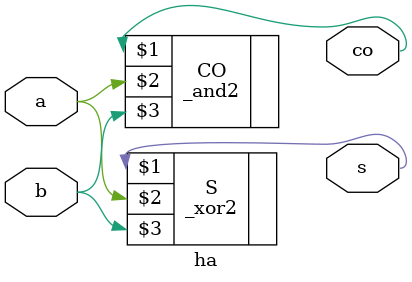
<source format=v>
module ha(s, co, a, b);
	input a, b;		//input data a and b
	output s, co;	//sum, carry out
	
	_and2 CO(co, a, b);	//CO = a&b
	_xor2	S(s, a, b);		//S = a^b
endmodule

</source>
